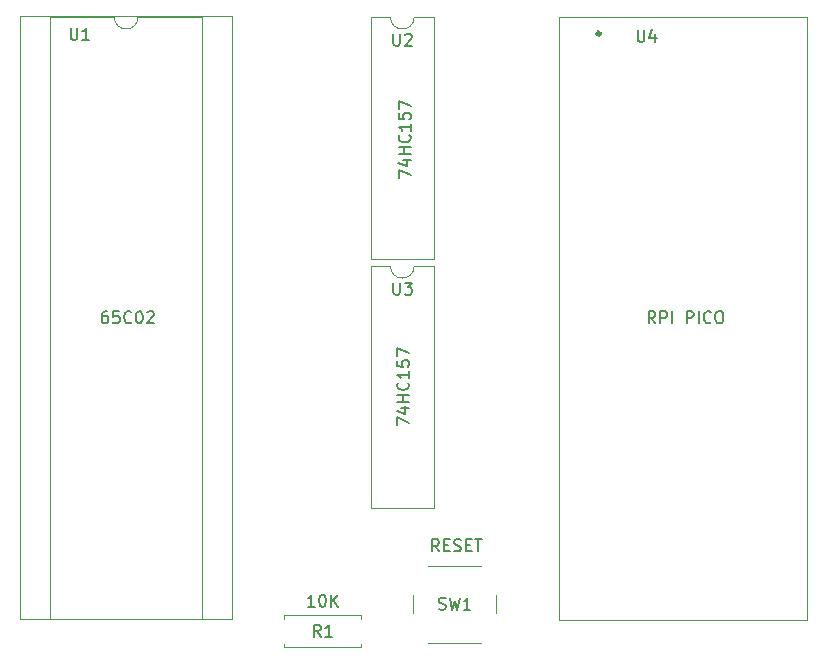
<source format=gbr>
%TF.GenerationSoftware,KiCad,Pcbnew,(6.0.8)*%
%TF.CreationDate,2022-11-05T16:02:49+08:00*%
%TF.ProjectId,pico_apple1,7069636f-5f61-4707-906c-65312e6b6963,rev?*%
%TF.SameCoordinates,Original*%
%TF.FileFunction,Legend,Top*%
%TF.FilePolarity,Positive*%
%FSLAX46Y46*%
G04 Gerber Fmt 4.6, Leading zero omitted, Abs format (unit mm)*
G04 Created by KiCad (PCBNEW (6.0.8)) date 2022-11-05 16:02:49*
%MOMM*%
%LPD*%
G01*
G04 APERTURE LIST*
%ADD10C,0.150000*%
%ADD11C,0.120000*%
%ADD12C,0.314000*%
G04 APERTURE END LIST*
D10*
X55443523Y-89479380D02*
X54872095Y-89479380D01*
X55157809Y-89479380D02*
X55157809Y-88479380D01*
X55062571Y-88622238D01*
X54967333Y-88717476D01*
X54872095Y-88765095D01*
X56062571Y-88479380D02*
X56157809Y-88479380D01*
X56253047Y-88527000D01*
X56300666Y-88574619D01*
X56348285Y-88669857D01*
X56395904Y-88860333D01*
X56395904Y-89098428D01*
X56348285Y-89288904D01*
X56300666Y-89384142D01*
X56253047Y-89431761D01*
X56157809Y-89479380D01*
X56062571Y-89479380D01*
X55967333Y-89431761D01*
X55919714Y-89384142D01*
X55872095Y-89288904D01*
X55824476Y-89098428D01*
X55824476Y-88860333D01*
X55872095Y-88669857D01*
X55919714Y-88574619D01*
X55967333Y-88527000D01*
X56062571Y-88479380D01*
X56824476Y-89479380D02*
X56824476Y-88479380D01*
X57395904Y-89479380D02*
X56967333Y-88907952D01*
X57395904Y-88479380D02*
X56824476Y-89050809D01*
X62444380Y-74127904D02*
X62444380Y-73461238D01*
X63444380Y-73889809D01*
X62777714Y-72651714D02*
X63444380Y-72651714D01*
X62396761Y-72889809D02*
X63111047Y-73127904D01*
X63111047Y-72508857D01*
X63444380Y-72127904D02*
X62444380Y-72127904D01*
X62920571Y-72127904D02*
X62920571Y-71556476D01*
X63444380Y-71556476D02*
X62444380Y-71556476D01*
X63349142Y-70508857D02*
X63396761Y-70556476D01*
X63444380Y-70699333D01*
X63444380Y-70794571D01*
X63396761Y-70937428D01*
X63301523Y-71032666D01*
X63206285Y-71080285D01*
X63015809Y-71127904D01*
X62872952Y-71127904D01*
X62682476Y-71080285D01*
X62587238Y-71032666D01*
X62492000Y-70937428D01*
X62444380Y-70794571D01*
X62444380Y-70699333D01*
X62492000Y-70556476D01*
X62539619Y-70508857D01*
X63444380Y-69556476D02*
X63444380Y-70127904D01*
X63444380Y-69842190D02*
X62444380Y-69842190D01*
X62587238Y-69937428D01*
X62682476Y-70032666D01*
X62730095Y-70127904D01*
X62444380Y-68651714D02*
X62444380Y-69127904D01*
X62920571Y-69175523D01*
X62872952Y-69127904D01*
X62825333Y-69032666D01*
X62825333Y-68794571D01*
X62872952Y-68699333D01*
X62920571Y-68651714D01*
X63015809Y-68604095D01*
X63253904Y-68604095D01*
X63349142Y-68651714D01*
X63396761Y-68699333D01*
X63444380Y-68794571D01*
X63444380Y-69032666D01*
X63396761Y-69127904D01*
X63349142Y-69175523D01*
X62444380Y-68270761D02*
X62444380Y-67604095D01*
X63444380Y-68032666D01*
X62571380Y-53172904D02*
X62571380Y-52506238D01*
X63571380Y-52934809D01*
X62904714Y-51696714D02*
X63571380Y-51696714D01*
X62523761Y-51934809D02*
X63238047Y-52172904D01*
X63238047Y-51553857D01*
X63571380Y-51172904D02*
X62571380Y-51172904D01*
X63047571Y-51172904D02*
X63047571Y-50601476D01*
X63571380Y-50601476D02*
X62571380Y-50601476D01*
X63476142Y-49553857D02*
X63523761Y-49601476D01*
X63571380Y-49744333D01*
X63571380Y-49839571D01*
X63523761Y-49982428D01*
X63428523Y-50077666D01*
X63333285Y-50125285D01*
X63142809Y-50172904D01*
X62999952Y-50172904D01*
X62809476Y-50125285D01*
X62714238Y-50077666D01*
X62619000Y-49982428D01*
X62571380Y-49839571D01*
X62571380Y-49744333D01*
X62619000Y-49601476D01*
X62666619Y-49553857D01*
X63571380Y-48601476D02*
X63571380Y-49172904D01*
X63571380Y-48887190D02*
X62571380Y-48887190D01*
X62714238Y-48982428D01*
X62809476Y-49077666D01*
X62857095Y-49172904D01*
X62571380Y-47696714D02*
X62571380Y-48172904D01*
X63047571Y-48220523D01*
X62999952Y-48172904D01*
X62952333Y-48077666D01*
X62952333Y-47839571D01*
X62999952Y-47744333D01*
X63047571Y-47696714D01*
X63142809Y-47649095D01*
X63380904Y-47649095D01*
X63476142Y-47696714D01*
X63523761Y-47744333D01*
X63571380Y-47839571D01*
X63571380Y-48077666D01*
X63523761Y-48172904D01*
X63476142Y-48220523D01*
X62571380Y-47315761D02*
X62571380Y-46649095D01*
X63571380Y-47077666D01*
X84296571Y-65476380D02*
X83963238Y-65000190D01*
X83725142Y-65476380D02*
X83725142Y-64476380D01*
X84106095Y-64476380D01*
X84201333Y-64524000D01*
X84248952Y-64571619D01*
X84296571Y-64666857D01*
X84296571Y-64809714D01*
X84248952Y-64904952D01*
X84201333Y-64952571D01*
X84106095Y-65000190D01*
X83725142Y-65000190D01*
X84725142Y-65476380D02*
X84725142Y-64476380D01*
X85106095Y-64476380D01*
X85201333Y-64524000D01*
X85248952Y-64571619D01*
X85296571Y-64666857D01*
X85296571Y-64809714D01*
X85248952Y-64904952D01*
X85201333Y-64952571D01*
X85106095Y-65000190D01*
X84725142Y-65000190D01*
X85725142Y-65476380D02*
X85725142Y-64476380D01*
X86963238Y-65476380D02*
X86963238Y-64476380D01*
X87344190Y-64476380D01*
X87439428Y-64524000D01*
X87487047Y-64571619D01*
X87534666Y-64666857D01*
X87534666Y-64809714D01*
X87487047Y-64904952D01*
X87439428Y-64952571D01*
X87344190Y-65000190D01*
X86963238Y-65000190D01*
X87963238Y-65476380D02*
X87963238Y-64476380D01*
X89010857Y-65381142D02*
X88963238Y-65428761D01*
X88820380Y-65476380D01*
X88725142Y-65476380D01*
X88582285Y-65428761D01*
X88487047Y-65333523D01*
X88439428Y-65238285D01*
X88391809Y-65047809D01*
X88391809Y-64904952D01*
X88439428Y-64714476D01*
X88487047Y-64619238D01*
X88582285Y-64524000D01*
X88725142Y-64476380D01*
X88820380Y-64476380D01*
X88963238Y-64524000D01*
X89010857Y-64571619D01*
X89629904Y-64476380D02*
X89820380Y-64476380D01*
X89915619Y-64524000D01*
X90010857Y-64619238D01*
X90058476Y-64809714D01*
X90058476Y-65143047D01*
X90010857Y-65333523D01*
X89915619Y-65428761D01*
X89820380Y-65476380D01*
X89629904Y-65476380D01*
X89534666Y-65428761D01*
X89439428Y-65333523D01*
X89391809Y-65143047D01*
X89391809Y-64809714D01*
X89439428Y-64619238D01*
X89534666Y-64524000D01*
X89629904Y-64476380D01*
X37885904Y-64476380D02*
X37695428Y-64476380D01*
X37600190Y-64524000D01*
X37552571Y-64571619D01*
X37457333Y-64714476D01*
X37409714Y-64904952D01*
X37409714Y-65285904D01*
X37457333Y-65381142D01*
X37504952Y-65428761D01*
X37600190Y-65476380D01*
X37790666Y-65476380D01*
X37885904Y-65428761D01*
X37933523Y-65381142D01*
X37981142Y-65285904D01*
X37981142Y-65047809D01*
X37933523Y-64952571D01*
X37885904Y-64904952D01*
X37790666Y-64857333D01*
X37600190Y-64857333D01*
X37504952Y-64904952D01*
X37457333Y-64952571D01*
X37409714Y-65047809D01*
X38885904Y-64476380D02*
X38409714Y-64476380D01*
X38362095Y-64952571D01*
X38409714Y-64904952D01*
X38504952Y-64857333D01*
X38743047Y-64857333D01*
X38838285Y-64904952D01*
X38885904Y-64952571D01*
X38933523Y-65047809D01*
X38933523Y-65285904D01*
X38885904Y-65381142D01*
X38838285Y-65428761D01*
X38743047Y-65476380D01*
X38504952Y-65476380D01*
X38409714Y-65428761D01*
X38362095Y-65381142D01*
X39933523Y-65381142D02*
X39885904Y-65428761D01*
X39743047Y-65476380D01*
X39647809Y-65476380D01*
X39504952Y-65428761D01*
X39409714Y-65333523D01*
X39362095Y-65238285D01*
X39314476Y-65047809D01*
X39314476Y-64904952D01*
X39362095Y-64714476D01*
X39409714Y-64619238D01*
X39504952Y-64524000D01*
X39647809Y-64476380D01*
X39743047Y-64476380D01*
X39885904Y-64524000D01*
X39933523Y-64571619D01*
X40552571Y-64476380D02*
X40647809Y-64476380D01*
X40743047Y-64524000D01*
X40790666Y-64571619D01*
X40838285Y-64666857D01*
X40885904Y-64857333D01*
X40885904Y-65095428D01*
X40838285Y-65285904D01*
X40790666Y-65381142D01*
X40743047Y-65428761D01*
X40647809Y-65476380D01*
X40552571Y-65476380D01*
X40457333Y-65428761D01*
X40409714Y-65381142D01*
X40362095Y-65285904D01*
X40314476Y-65095428D01*
X40314476Y-64857333D01*
X40362095Y-64666857D01*
X40409714Y-64571619D01*
X40457333Y-64524000D01*
X40552571Y-64476380D01*
X41266857Y-64571619D02*
X41314476Y-64524000D01*
X41409714Y-64476380D01*
X41647809Y-64476380D01*
X41743047Y-64524000D01*
X41790666Y-64571619D01*
X41838285Y-64666857D01*
X41838285Y-64762095D01*
X41790666Y-64904952D01*
X41219238Y-65476380D01*
X41838285Y-65476380D01*
X65984619Y-84780380D02*
X65651285Y-84304190D01*
X65413190Y-84780380D02*
X65413190Y-83780380D01*
X65794142Y-83780380D01*
X65889380Y-83828000D01*
X65937000Y-83875619D01*
X65984619Y-83970857D01*
X65984619Y-84113714D01*
X65937000Y-84208952D01*
X65889380Y-84256571D01*
X65794142Y-84304190D01*
X65413190Y-84304190D01*
X66413190Y-84256571D02*
X66746523Y-84256571D01*
X66889380Y-84780380D02*
X66413190Y-84780380D01*
X66413190Y-83780380D01*
X66889380Y-83780380D01*
X67270333Y-84732761D02*
X67413190Y-84780380D01*
X67651285Y-84780380D01*
X67746523Y-84732761D01*
X67794142Y-84685142D01*
X67841761Y-84589904D01*
X67841761Y-84494666D01*
X67794142Y-84399428D01*
X67746523Y-84351809D01*
X67651285Y-84304190D01*
X67460809Y-84256571D01*
X67365571Y-84208952D01*
X67317952Y-84161333D01*
X67270333Y-84066095D01*
X67270333Y-83970857D01*
X67317952Y-83875619D01*
X67365571Y-83828000D01*
X67460809Y-83780380D01*
X67698904Y-83780380D01*
X67841761Y-83828000D01*
X68270333Y-84256571D02*
X68603666Y-84256571D01*
X68746523Y-84780380D02*
X68270333Y-84780380D01*
X68270333Y-83780380D01*
X68746523Y-83780380D01*
X69032238Y-83780380D02*
X69603666Y-83780380D01*
X69317952Y-84780380D02*
X69317952Y-83780380D01*
%TO.C,U4*%
X82804095Y-40655380D02*
X82804095Y-41464904D01*
X82851714Y-41560142D01*
X82899333Y-41607761D01*
X82994571Y-41655380D01*
X83185047Y-41655380D01*
X83280285Y-41607761D01*
X83327904Y-41560142D01*
X83375523Y-41464904D01*
X83375523Y-40655380D01*
X84280285Y-40988714D02*
X84280285Y-41655380D01*
X84042190Y-40607761D02*
X83804095Y-41322047D01*
X84423142Y-41322047D01*
%TO.C,U3*%
X62113095Y-62063380D02*
X62113095Y-62872904D01*
X62160714Y-62968142D01*
X62208333Y-63015761D01*
X62303571Y-63063380D01*
X62494047Y-63063380D01*
X62589285Y-63015761D01*
X62636904Y-62968142D01*
X62684523Y-62872904D01*
X62684523Y-62063380D01*
X63065476Y-62063380D02*
X63684523Y-62063380D01*
X63351190Y-62444333D01*
X63494047Y-62444333D01*
X63589285Y-62491952D01*
X63636904Y-62539571D01*
X63684523Y-62634809D01*
X63684523Y-62872904D01*
X63636904Y-62968142D01*
X63589285Y-63015761D01*
X63494047Y-63063380D01*
X63208333Y-63063380D01*
X63113095Y-63015761D01*
X63065476Y-62968142D01*
%TO.C,U2*%
X62113095Y-40986380D02*
X62113095Y-41795904D01*
X62160714Y-41891142D01*
X62208333Y-41938761D01*
X62303571Y-41986380D01*
X62494047Y-41986380D01*
X62589285Y-41938761D01*
X62636904Y-41891142D01*
X62684523Y-41795904D01*
X62684523Y-40986380D01*
X63113095Y-41081619D02*
X63160714Y-41034000D01*
X63255952Y-40986380D01*
X63494047Y-40986380D01*
X63589285Y-41034000D01*
X63636904Y-41081619D01*
X63684523Y-41176857D01*
X63684523Y-41272095D01*
X63636904Y-41414952D01*
X63065476Y-41986380D01*
X63684523Y-41986380D01*
%TO.C,U1*%
X34798095Y-40473380D02*
X34798095Y-41282904D01*
X34845714Y-41378142D01*
X34893333Y-41425761D01*
X34988571Y-41473380D01*
X35179047Y-41473380D01*
X35274285Y-41425761D01*
X35321904Y-41378142D01*
X35369523Y-41282904D01*
X35369523Y-40473380D01*
X36369523Y-41473380D02*
X35798095Y-41473380D01*
X36083809Y-41473380D02*
X36083809Y-40473380D01*
X35988571Y-40616238D01*
X35893333Y-40711476D01*
X35798095Y-40759095D01*
%TO.C,SW1*%
X65976666Y-89685761D02*
X66119523Y-89733380D01*
X66357619Y-89733380D01*
X66452857Y-89685761D01*
X66500476Y-89638142D01*
X66548095Y-89542904D01*
X66548095Y-89447666D01*
X66500476Y-89352428D01*
X66452857Y-89304809D01*
X66357619Y-89257190D01*
X66167142Y-89209571D01*
X66071904Y-89161952D01*
X66024285Y-89114333D01*
X65976666Y-89019095D01*
X65976666Y-88923857D01*
X66024285Y-88828619D01*
X66071904Y-88781000D01*
X66167142Y-88733380D01*
X66405238Y-88733380D01*
X66548095Y-88781000D01*
X66881428Y-88733380D02*
X67119523Y-89733380D01*
X67310000Y-89019095D01*
X67500476Y-89733380D01*
X67738571Y-88733380D01*
X68643333Y-89733380D02*
X68071904Y-89733380D01*
X68357619Y-89733380D02*
X68357619Y-88733380D01*
X68262380Y-88876238D01*
X68167142Y-88971476D01*
X68071904Y-89019095D01*
%TO.C,R1*%
X55967333Y-92019380D02*
X55634000Y-91543190D01*
X55395904Y-92019380D02*
X55395904Y-91019380D01*
X55776857Y-91019380D01*
X55872095Y-91067000D01*
X55919714Y-91114619D01*
X55967333Y-91209857D01*
X55967333Y-91352714D01*
X55919714Y-91447952D01*
X55872095Y-91495571D01*
X55776857Y-91543190D01*
X55395904Y-91543190D01*
X56919714Y-92019380D02*
X56348285Y-92019380D01*
X56634000Y-92019380D02*
X56634000Y-91019380D01*
X56538761Y-91162238D01*
X56443523Y-91257476D01*
X56348285Y-91305095D01*
D11*
%TO.C,U4*%
X97114000Y-39579000D02*
X76114000Y-39579000D01*
X97114000Y-90579000D02*
X97114000Y-39579000D01*
X76114000Y-90579000D02*
X97114000Y-90579000D01*
X76114000Y-39579000D02*
X76114000Y-90579000D01*
D12*
X79659000Y-40949000D02*
G75*
G03*
X79659000Y-40949000I-157000J0D01*
G01*
D11*
%TO.C,U3*%
X61875000Y-60661000D02*
G75*
G03*
X63875000Y-60661000I1000000J0D01*
G01*
X61875000Y-60661000D02*
X60225000Y-60661000D01*
X60225000Y-81101000D02*
X65525000Y-81101000D01*
X65525000Y-81101000D02*
X65525000Y-60661000D01*
X60225000Y-60661000D02*
X60225000Y-81101000D01*
X65525000Y-60661000D02*
X63875000Y-60661000D01*
%TO.C,U2*%
X65525000Y-39569000D02*
X63875000Y-39569000D01*
X60225000Y-39569000D02*
X60225000Y-60009000D01*
X65525000Y-60009000D02*
X65525000Y-39569000D01*
X60225000Y-60009000D02*
X65525000Y-60009000D01*
X61875000Y-39569000D02*
X60225000Y-39569000D01*
X61875000Y-39569000D02*
G75*
G03*
X63875000Y-39569000I1000000J0D01*
G01*
%TO.C,U1*%
X45952000Y-39569000D02*
X40492000Y-39569000D01*
X30542000Y-39509000D02*
X30542000Y-90549000D01*
X33032000Y-39569000D02*
X33032000Y-90489000D01*
X48442000Y-90549000D02*
X48442000Y-39509000D01*
X45952000Y-90489000D02*
X45952000Y-39569000D01*
X33032000Y-90489000D02*
X45952000Y-90489000D01*
X30542000Y-90549000D02*
X48442000Y-90549000D01*
X48442000Y-39509000D02*
X30542000Y-39509000D01*
X38492000Y-39569000D02*
X33032000Y-39569000D01*
X38492000Y-39569000D02*
G75*
G03*
X40492000Y-39569000I1000000J0D01*
G01*
%TO.C,SW1*%
X63810000Y-88531000D02*
X63810000Y-90031000D01*
X70810000Y-90031000D02*
X70810000Y-88531000D01*
X65060000Y-92531000D02*
X69560000Y-92531000D01*
X69560000Y-86031000D02*
X65060000Y-86031000D01*
%TO.C,R1*%
X59404000Y-90197000D02*
X59404000Y-90527000D01*
X52864000Y-90527000D02*
X52864000Y-90197000D01*
X52864000Y-92607000D02*
X52864000Y-92937000D01*
X52864000Y-92937000D02*
X59404000Y-92937000D01*
X52864000Y-90197000D02*
X59404000Y-90197000D01*
X59404000Y-92937000D02*
X59404000Y-92607000D01*
%TD*%
M02*

</source>
